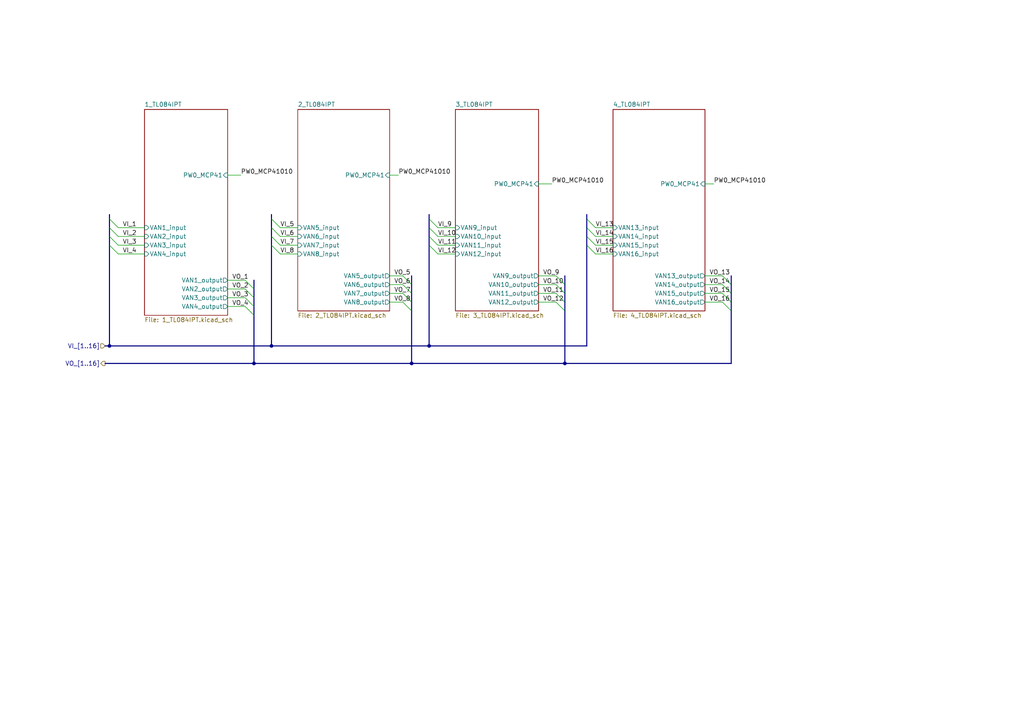
<source format=kicad_sch>
(kicad_sch
	(version 20231120)
	(generator "eeschema")
	(generator_version "8.0")
	(uuid "53f5e13e-ad25-4955-b5e6-70f8071f1f27")
	(paper "A4")
	(lib_symbols)
	(junction
		(at 119.38 105.41)
		(diameter 0)
		(color 0 0 0 0)
		(uuid "495b8db7-43c2-4368-9264-8151dc3d1941")
	)
	(junction
		(at 163.83 105.41)
		(diameter 0)
		(color 0 0 0 0)
		(uuid "5c0291f3-7f6c-4399-a77b-3896ec4ac3e5")
	)
	(junction
		(at 73.66 105.41)
		(diameter 0)
		(color 0 0 0 0)
		(uuid "8d991492-2c9e-47be-8aec-8d4334378006")
	)
	(junction
		(at 31.75 100.33)
		(diameter 0)
		(color 0 0 0 0)
		(uuid "8e811cb0-302e-47d4-a1ce-0d644e99fcc8")
	)
	(junction
		(at 78.74 100.33)
		(diameter 0)
		(color 0 0 0 0)
		(uuid "b1725b51-19cd-4e56-8551-918cace073ec")
	)
	(junction
		(at 124.46 100.33)
		(diameter 0)
		(color 0 0 0 0)
		(uuid "bf7e8583-4856-4e96-b3f6-3f87cad69ecd")
	)
	(bus_entry
		(at 170.18 63.5)
		(size 2.54 2.54)
		(stroke
			(width 0)
			(type default)
		)
		(uuid "04fa83b0-4d3f-4f57-9a3a-3f05c9faaf05")
	)
	(bus_entry
		(at 209.55 82.55)
		(size 2.54 2.54)
		(stroke
			(width 0)
			(type default)
		)
		(uuid "052922cb-98e3-41f3-aa14-b556172228a5")
	)
	(bus_entry
		(at 161.29 82.55)
		(size 2.54 2.54)
		(stroke
			(width 0)
			(type default)
		)
		(uuid "1acc117f-ed1a-42a6-8b12-a01e5a9d1708")
	)
	(bus_entry
		(at 71.12 88.9)
		(size 2.54 2.54)
		(stroke
			(width 0)
			(type default)
		)
		(uuid "1c8b45f3-cd09-4bca-93d9-83d348faa690")
	)
	(bus_entry
		(at 31.75 66.04)
		(size 2.54 2.54)
		(stroke
			(width 0)
			(type default)
		)
		(uuid "2d662833-0ff4-4f52-83ed-827dad0d3ee1")
	)
	(bus_entry
		(at 31.75 63.5)
		(size 2.54 2.54)
		(stroke
			(width 0)
			(type default)
		)
		(uuid "2dd82efd-e4b6-4669-a2ab-a58233b287b4")
	)
	(bus_entry
		(at 78.74 71.12)
		(size 2.54 2.54)
		(stroke
			(width 0)
			(type default)
		)
		(uuid "2f832557-86c4-4337-8f1a-b15d31fbfc8c")
	)
	(bus_entry
		(at 71.12 81.28)
		(size 2.54 2.54)
		(stroke
			(width 0)
			(type default)
		)
		(uuid "37d884a0-4e5e-452a-a593-585badfaf091")
	)
	(bus_entry
		(at 170.18 68.58)
		(size 2.54 2.54)
		(stroke
			(width 0)
			(type default)
		)
		(uuid "4ea6301c-1878-400a-be2d-1521b8d39eec")
	)
	(bus_entry
		(at 78.74 68.58)
		(size 2.54 2.54)
		(stroke
			(width 0)
			(type default)
		)
		(uuid "653f9703-ffec-4357-acf8-2cb036712cbf")
	)
	(bus_entry
		(at 209.55 80.01)
		(size 2.54 2.54)
		(stroke
			(width 0)
			(type default)
		)
		(uuid "73c18c91-2e8e-4697-8de9-8b70d280b899")
	)
	(bus_entry
		(at 209.55 87.63)
		(size 2.54 2.54)
		(stroke
			(width 0)
			(type default)
		)
		(uuid "77c929a7-f6d4-4a2e-babb-eb9a75f3de41")
	)
	(bus_entry
		(at 116.84 87.63)
		(size 2.54 2.54)
		(stroke
			(width 0)
			(type default)
		)
		(uuid "7c55fd68-d575-4386-91f7-b07c159013c8")
	)
	(bus_entry
		(at 71.12 86.36)
		(size 2.54 2.54)
		(stroke
			(width 0)
			(type default)
		)
		(uuid "8f0af326-676e-4c6e-a8d7-ff09b61cacdc")
	)
	(bus_entry
		(at 116.84 82.55)
		(size 2.54 2.54)
		(stroke
			(width 0)
			(type default)
		)
		(uuid "9173cdfe-53eb-46e0-87fd-bcc847dcc5b2")
	)
	(bus_entry
		(at 161.29 80.01)
		(size 2.54 2.54)
		(stroke
			(width 0)
			(type default)
		)
		(uuid "9a081df4-1fae-41b0-8fd2-103ae12646b2")
	)
	(bus_entry
		(at 170.18 66.04)
		(size 2.54 2.54)
		(stroke
			(width 0)
			(type default)
		)
		(uuid "a025bb7f-e51b-4dc2-aec6-b08d58a041be")
	)
	(bus_entry
		(at 31.75 71.12)
		(size 2.54 2.54)
		(stroke
			(width 0)
			(type default)
		)
		(uuid "a62759cc-6b75-4b31-8199-492b5ed3e6f1")
	)
	(bus_entry
		(at 124.46 68.58)
		(size 2.54 2.54)
		(stroke
			(width 0)
			(type default)
		)
		(uuid "a6ea214b-c3f0-4ac9-8005-8ba5c26b4698")
	)
	(bus_entry
		(at 209.55 85.09)
		(size 2.54 2.54)
		(stroke
			(width 0)
			(type default)
		)
		(uuid "aed38458-1578-4e7c-8f9c-56d0be281bdc")
	)
	(bus_entry
		(at 31.75 68.58)
		(size 2.54 2.54)
		(stroke
			(width 0)
			(type default)
		)
		(uuid "b9a2e263-45cc-48ec-bcaa-b8744131ca7a")
	)
	(bus_entry
		(at 161.29 87.63)
		(size 2.54 2.54)
		(stroke
			(width 0)
			(type default)
		)
		(uuid "be32dd45-abb5-4b65-8cdf-60c346c37011")
	)
	(bus_entry
		(at 116.84 80.01)
		(size 2.54 2.54)
		(stroke
			(width 0)
			(type default)
		)
		(uuid "c296dfc6-86c1-4ed3-9a8c-7743b7a333b8")
	)
	(bus_entry
		(at 124.46 63.5)
		(size 2.54 2.54)
		(stroke
			(width 0)
			(type default)
		)
		(uuid "c7006ee6-5318-49fb-b2fc-aa533d044187")
	)
	(bus_entry
		(at 116.84 85.09)
		(size 2.54 2.54)
		(stroke
			(width 0)
			(type default)
		)
		(uuid "d0c12767-af5c-42e4-9282-afb72646e409")
	)
	(bus_entry
		(at 124.46 66.04)
		(size 2.54 2.54)
		(stroke
			(width 0)
			(type default)
		)
		(uuid "d0eaffc3-b6ce-4649-b0dd-5fbc17d0dd96")
	)
	(bus_entry
		(at 78.74 63.5)
		(size 2.54 2.54)
		(stroke
			(width 0)
			(type default)
		)
		(uuid "d64866c4-8563-4946-b44f-5c9abb07ab6b")
	)
	(bus_entry
		(at 124.46 71.12)
		(size 2.54 2.54)
		(stroke
			(width 0)
			(type default)
		)
		(uuid "e46895e6-e522-4c73-8710-4fbecf93c596")
	)
	(bus_entry
		(at 71.12 83.82)
		(size 2.54 2.54)
		(stroke
			(width 0)
			(type default)
		)
		(uuid "e8bcadeb-6ee6-4097-9916-b77fbbafbf40")
	)
	(bus_entry
		(at 78.74 66.04)
		(size 2.54 2.54)
		(stroke
			(width 0)
			(type default)
		)
		(uuid "e997ddec-fdf1-4e96-9297-61ba3f00235a")
	)
	(bus_entry
		(at 170.18 71.12)
		(size 2.54 2.54)
		(stroke
			(width 0)
			(type default)
		)
		(uuid "f27ecffa-2b85-4711-8358-7a2eceeed262")
	)
	(bus_entry
		(at 161.29 85.09)
		(size 2.54 2.54)
		(stroke
			(width 0)
			(type default)
		)
		(uuid "f7802e8d-1fd5-4956-9a52-b26d961df6a1")
	)
	(bus
		(pts
			(xy 31.75 100.33) (xy 78.74 100.33)
		)
		(stroke
			(width 0)
			(type default)
		)
		(uuid "0026e949-5e78-4ebe-9ab7-7520ff6684d2")
	)
	(wire
		(pts
			(xy 127 66.04) (xy 132.08 66.04)
		)
		(stroke
			(width 0)
			(type default)
		)
		(uuid "0901b033-20ce-4666-83b2-2d89a05bc9f1")
	)
	(wire
		(pts
			(xy 81.28 68.58) (xy 86.36 68.58)
		)
		(stroke
			(width 0)
			(type default)
		)
		(uuid "09cf35d3-fb35-4286-9ecb-68530a0d8cbf")
	)
	(bus
		(pts
			(xy 119.38 80.01) (xy 119.38 82.55)
		)
		(stroke
			(width 0)
			(type default)
		)
		(uuid "0eeaad7c-8be8-4b99-a6c5-9f27c678a0a5")
	)
	(bus
		(pts
			(xy 119.38 82.55) (xy 119.38 85.09)
		)
		(stroke
			(width 0)
			(type default)
		)
		(uuid "104fec8f-749d-40d0-83e8-640e12f60d1a")
	)
	(wire
		(pts
			(xy 127 71.12) (xy 132.08 71.12)
		)
		(stroke
			(width 0)
			(type default)
		)
		(uuid "1101071b-c37f-4f59-823a-e6e5204c81ef")
	)
	(wire
		(pts
			(xy 34.29 73.66) (xy 41.91 73.66)
		)
		(stroke
			(width 0)
			(type default)
		)
		(uuid "15587b3c-6e48-4238-ac99-79993391afab")
	)
	(bus
		(pts
			(xy 170.18 68.58) (xy 170.18 71.12)
		)
		(stroke
			(width 0)
			(type default)
		)
		(uuid "179fd55c-af93-4dc2-8b61-59cc9b841102")
	)
	(wire
		(pts
			(xy 204.47 85.09) (xy 209.55 85.09)
		)
		(stroke
			(width 0)
			(type default)
		)
		(uuid "19ab85a2-80b0-4500-a1bb-eb626afa6a41")
	)
	(bus
		(pts
			(xy 73.66 83.82) (xy 73.66 86.36)
		)
		(stroke
			(width 0)
			(type default)
		)
		(uuid "19ac6b21-658c-4191-af0c-b6fa026ccc52")
	)
	(wire
		(pts
			(xy 81.28 73.66) (xy 86.36 73.66)
		)
		(stroke
			(width 0)
			(type default)
		)
		(uuid "25a4e54b-2145-448b-bafd-bbb9f639bcd9")
	)
	(bus
		(pts
			(xy 124.46 71.12) (xy 124.46 100.33)
		)
		(stroke
			(width 0)
			(type default)
		)
		(uuid "2ac9dd21-8196-450e-b193-c8b415faaab0")
	)
	(wire
		(pts
			(xy 66.04 50.8) (xy 69.85 50.8)
		)
		(stroke
			(width 0)
			(type default)
		)
		(uuid "2fbc2dd4-673d-4cd7-80b2-d5926fa208de")
	)
	(bus
		(pts
			(xy 30.48 100.33) (xy 31.75 100.33)
		)
		(stroke
			(width 0)
			(type default)
		)
		(uuid "335d5c7a-8319-461a-a73d-de57c92f3b2a")
	)
	(bus
		(pts
			(xy 124.46 62.23) (xy 124.46 63.5)
		)
		(stroke
			(width 0)
			(type default)
		)
		(uuid "34395078-38a2-4205-834c-f8a53fbe59a5")
	)
	(bus
		(pts
			(xy 30.48 105.41) (xy 73.66 105.41)
		)
		(stroke
			(width 0)
			(type default)
		)
		(uuid "37879291-9729-42e2-85d5-cc34c5c9c076")
	)
	(wire
		(pts
			(xy 66.04 88.9) (xy 71.12 88.9)
		)
		(stroke
			(width 0)
			(type default)
		)
		(uuid "3a16faba-0a8e-4104-8988-8bebfc1d508e")
	)
	(wire
		(pts
			(xy 172.72 71.12) (xy 177.8 71.12)
		)
		(stroke
			(width 0)
			(type default)
		)
		(uuid "3c0040ad-80ac-43d5-a0ca-008e6188c7fd")
	)
	(bus
		(pts
			(xy 119.38 85.09) (xy 119.38 87.63)
		)
		(stroke
			(width 0)
			(type default)
		)
		(uuid "3d3534c7-10ee-4922-a318-bfb4fc4cec7f")
	)
	(bus
		(pts
			(xy 78.74 71.12) (xy 78.74 100.33)
		)
		(stroke
			(width 0)
			(type default)
		)
		(uuid "40533872-46e5-4b6c-a08e-a6dd17f467e4")
	)
	(wire
		(pts
			(xy 172.72 68.58) (xy 177.8 68.58)
		)
		(stroke
			(width 0)
			(type default)
		)
		(uuid "40678303-6534-4a32-a7ca-37278e9e67d7")
	)
	(wire
		(pts
			(xy 156.21 87.63) (xy 161.29 87.63)
		)
		(stroke
			(width 0)
			(type default)
		)
		(uuid "5118f5c3-e797-4139-812e-52da7ca0be3a")
	)
	(wire
		(pts
			(xy 204.47 53.34) (xy 207.01 53.34)
		)
		(stroke
			(width 0)
			(type default)
		)
		(uuid "526923c7-9936-493a-8c33-8cf0d2483a98")
	)
	(bus
		(pts
			(xy 78.74 68.58) (xy 78.74 71.12)
		)
		(stroke
			(width 0)
			(type default)
		)
		(uuid "53a79e11-ed46-4193-bf1c-bbbf0ca3074c")
	)
	(wire
		(pts
			(xy 204.47 82.55) (xy 209.55 82.55)
		)
		(stroke
			(width 0)
			(type default)
		)
		(uuid "566b9288-1466-4f8b-8aa4-665b23b91a35")
	)
	(wire
		(pts
			(xy 204.47 80.01) (xy 209.55 80.01)
		)
		(stroke
			(width 0)
			(type default)
		)
		(uuid "5ea01d0c-7b07-4fdd-bda8-4626f585983a")
	)
	(wire
		(pts
			(xy 113.03 80.01) (xy 116.84 80.01)
		)
		(stroke
			(width 0)
			(type default)
		)
		(uuid "60dbc0ce-8f01-4cae-8e71-e34a0fe1118c")
	)
	(wire
		(pts
			(xy 172.72 73.66) (xy 177.8 73.66)
		)
		(stroke
			(width 0)
			(type default)
		)
		(uuid "624ed1a3-d500-4980-a4aa-d2435744e1f0")
	)
	(wire
		(pts
			(xy 34.29 68.58) (xy 41.91 68.58)
		)
		(stroke
			(width 0)
			(type default)
		)
		(uuid "6d057b6b-7126-4e65-887c-4c7559d17714")
	)
	(bus
		(pts
			(xy 212.09 105.41) (xy 163.83 105.41)
		)
		(stroke
			(width 0)
			(type default)
		)
		(uuid "6d897c37-b060-49e8-ba9f-8238ff08b083")
	)
	(bus
		(pts
			(xy 212.09 82.55) (xy 212.09 85.09)
		)
		(stroke
			(width 0)
			(type default)
		)
		(uuid "6f67a4cf-a350-4971-bd3e-6bf4f9160bf7")
	)
	(bus
		(pts
			(xy 31.75 68.58) (xy 31.75 71.12)
		)
		(stroke
			(width 0)
			(type default)
		)
		(uuid "720f6845-43da-43e4-94f1-c94d67c31f21")
	)
	(wire
		(pts
			(xy 81.28 66.04) (xy 86.36 66.04)
		)
		(stroke
			(width 0)
			(type default)
		)
		(uuid "763bc3b8-8062-4c91-b186-73f95585436b")
	)
	(bus
		(pts
			(xy 73.66 91.44) (xy 73.66 105.41)
		)
		(stroke
			(width 0)
			(type default)
		)
		(uuid "7683216f-5100-456f-b5fe-685c91d67863")
	)
	(wire
		(pts
			(xy 81.28 71.12) (xy 86.36 71.12)
		)
		(stroke
			(width 0)
			(type default)
		)
		(uuid "7acb2ebc-f3ca-4a76-8596-04eac598ba85")
	)
	(bus
		(pts
			(xy 31.75 71.12) (xy 31.75 100.33)
		)
		(stroke
			(width 0)
			(type default)
		)
		(uuid "7bfec2bf-cba0-4abd-8c75-4ce86ebd7465")
	)
	(wire
		(pts
			(xy 34.29 71.12) (xy 41.91 71.12)
		)
		(stroke
			(width 0)
			(type default)
		)
		(uuid "7dcbb9f8-24e6-4238-936f-603cf60df254")
	)
	(bus
		(pts
			(xy 124.46 68.58) (xy 124.46 71.12)
		)
		(stroke
			(width 0)
			(type default)
		)
		(uuid "7e0020e6-4f57-46c7-b50e-315e7326a3e8")
	)
	(wire
		(pts
			(xy 113.03 82.55) (xy 116.84 82.55)
		)
		(stroke
			(width 0)
			(type default)
		)
		(uuid "82e28c52-3597-40ef-8741-4320ae7a6b66")
	)
	(wire
		(pts
			(xy 34.29 66.04) (xy 41.91 66.04)
		)
		(stroke
			(width 0)
			(type default)
		)
		(uuid "846239c3-2a6f-4b1c-9f95-b5b6e32dd07a")
	)
	(bus
		(pts
			(xy 170.18 63.5) (xy 170.18 66.04)
		)
		(stroke
			(width 0)
			(type default)
		)
		(uuid "84a7390e-18eb-4ba4-9dfa-e75bb22582c4")
	)
	(bus
		(pts
			(xy 73.66 88.9) (xy 73.66 91.44)
		)
		(stroke
			(width 0)
			(type default)
		)
		(uuid "864fbc1d-1f1b-448b-a53d-ab322af84e88")
	)
	(wire
		(pts
			(xy 113.03 50.8) (xy 115.57 50.8)
		)
		(stroke
			(width 0)
			(type default)
		)
		(uuid "870d2733-d04c-48ee-8353-511579ee23ca")
	)
	(wire
		(pts
			(xy 127 68.58) (xy 132.08 68.58)
		)
		(stroke
			(width 0)
			(type default)
		)
		(uuid "8a0f3422-11f5-4517-8d3c-a0fb391e1149")
	)
	(bus
		(pts
			(xy 78.74 100.33) (xy 124.46 100.33)
		)
		(stroke
			(width 0)
			(type default)
		)
		(uuid "90921329-34d8-4215-8771-9d3d1376f8d4")
	)
	(wire
		(pts
			(xy 204.47 87.63) (xy 209.55 87.63)
		)
		(stroke
			(width 0)
			(type default)
		)
		(uuid "92762e26-e74d-4b3d-ab18-1ba369c90056")
	)
	(bus
		(pts
			(xy 212.09 85.09) (xy 212.09 87.63)
		)
		(stroke
			(width 0)
			(type default)
		)
		(uuid "950d870d-6bd9-4d04-b08b-ef7a957e3300")
	)
	(bus
		(pts
			(xy 73.66 86.36) (xy 73.66 88.9)
		)
		(stroke
			(width 0)
			(type default)
		)
		(uuid "9e088d57-bf0a-450e-bdca-823de541c8ee")
	)
	(bus
		(pts
			(xy 119.38 87.63) (xy 119.38 90.17)
		)
		(stroke
			(width 0)
			(type default)
		)
		(uuid "a0618f6a-0736-456b-a1b7-150ff9adc746")
	)
	(bus
		(pts
			(xy 170.18 62.23) (xy 170.18 63.5)
		)
		(stroke
			(width 0)
			(type default)
		)
		(uuid "a3d2518b-2c3e-4aea-a995-c3f4374cee29")
	)
	(bus
		(pts
			(xy 170.18 71.12) (xy 170.18 100.33)
		)
		(stroke
			(width 0)
			(type default)
		)
		(uuid "aa1cc6de-dd78-4953-9c0f-70f84afe0b75")
	)
	(wire
		(pts
			(xy 156.21 85.09) (xy 161.29 85.09)
		)
		(stroke
			(width 0)
			(type default)
		)
		(uuid "ae315fe0-7af5-49d7-9144-6a495fdfdc7e")
	)
	(wire
		(pts
			(xy 127 73.66) (xy 132.08 73.66)
		)
		(stroke
			(width 0)
			(type default)
		)
		(uuid "aee753f2-3687-4016-b440-6f9c3d2be245")
	)
	(wire
		(pts
			(xy 156.21 53.34) (xy 160.02 53.34)
		)
		(stroke
			(width 0)
			(type default)
		)
		(uuid "b35df526-6e3b-4f25-a760-91ec66625b17")
	)
	(bus
		(pts
			(xy 163.83 80.01) (xy 163.83 82.55)
		)
		(stroke
			(width 0)
			(type default)
		)
		(uuid "b4fd26a7-e32b-478d-8505-d4c0c3d2696e")
	)
	(bus
		(pts
			(xy 170.18 66.04) (xy 170.18 68.58)
		)
		(stroke
			(width 0)
			(type default)
		)
		(uuid "b51b2742-d528-4a20-bc80-f4491cfc4237")
	)
	(wire
		(pts
			(xy 113.03 85.09) (xy 116.84 85.09)
		)
		(stroke
			(width 0)
			(type default)
		)
		(uuid "b7b2dcb1-6834-42c8-8c89-f304a0c157db")
	)
	(bus
		(pts
			(xy 119.38 105.41) (xy 73.66 105.41)
		)
		(stroke
			(width 0)
			(type default)
		)
		(uuid "b808ec98-18ec-4596-949f-e0257045eaff")
	)
	(bus
		(pts
			(xy 119.38 90.17) (xy 119.38 105.41)
		)
		(stroke
			(width 0)
			(type default)
		)
		(uuid "b96fd33f-3aae-4a81-9c02-92a737c49ee8")
	)
	(wire
		(pts
			(xy 156.21 80.01) (xy 161.29 80.01)
		)
		(stroke
			(width 0)
			(type default)
		)
		(uuid "ba55b896-c80a-4ce7-873e-84c245b82b54")
	)
	(bus
		(pts
			(xy 124.46 66.04) (xy 124.46 68.58)
		)
		(stroke
			(width 0)
			(type default)
		)
		(uuid "bc3894fd-129b-421f-aabc-3a0a13e659f4")
	)
	(bus
		(pts
			(xy 212.09 87.63) (xy 212.09 90.17)
		)
		(stroke
			(width 0)
			(type default)
		)
		(uuid "be8fc5aa-1959-40b0-8ab8-82052bad7330")
	)
	(bus
		(pts
			(xy 124.46 100.33) (xy 170.18 100.33)
		)
		(stroke
			(width 0)
			(type default)
		)
		(uuid "bfaf5dfe-b3fc-4afa-ab16-06d6a0cad368")
	)
	(bus
		(pts
			(xy 124.46 63.5) (xy 124.46 66.04)
		)
		(stroke
			(width 0)
			(type default)
		)
		(uuid "c25a40c5-80d4-45ba-8f1b-18eccc76c00f")
	)
	(wire
		(pts
			(xy 113.03 87.63) (xy 116.84 87.63)
		)
		(stroke
			(width 0)
			(type default)
		)
		(uuid "c6c329a8-4869-43d8-9b07-a9ccbebf4d6a")
	)
	(wire
		(pts
			(xy 172.72 66.04) (xy 177.8 66.04)
		)
		(stroke
			(width 0)
			(type default)
		)
		(uuid "c7944011-775b-41ac-b730-73c18887ed5b")
	)
	(wire
		(pts
			(xy 66.04 83.82) (xy 71.12 83.82)
		)
		(stroke
			(width 0)
			(type default)
		)
		(uuid "c864b332-dcd2-4df9-adae-0bb922054bdb")
	)
	(bus
		(pts
			(xy 163.83 105.41) (xy 119.38 105.41)
		)
		(stroke
			(width 0)
			(type default)
		)
		(uuid "cdb4d6a9-c365-4631-be1e-029ebb178385")
	)
	(wire
		(pts
			(xy 66.04 81.28) (xy 71.12 81.28)
		)
		(stroke
			(width 0)
			(type default)
		)
		(uuid "d34fd378-89df-43b2-bab2-5d8ff8d96e67")
	)
	(wire
		(pts
			(xy 156.21 82.55) (xy 161.29 82.55)
		)
		(stroke
			(width 0)
			(type default)
		)
		(uuid "d6dc55f1-4f1b-4574-ba21-4e4b37deac43")
	)
	(bus
		(pts
			(xy 163.83 82.55) (xy 163.83 85.09)
		)
		(stroke
			(width 0)
			(type default)
		)
		(uuid "d9fb33e8-86b4-420b-a916-1ce801ac8063")
	)
	(bus
		(pts
			(xy 31.75 66.04) (xy 31.75 68.58)
		)
		(stroke
			(width 0)
			(type default)
		)
		(uuid "e44f46bb-9f76-4d22-9863-8773957ea5ec")
	)
	(wire
		(pts
			(xy 66.04 86.36) (xy 71.12 86.36)
		)
		(stroke
			(width 0)
			(type default)
		)
		(uuid "e6c02c6e-4b92-494c-a162-cac0483d53c1")
	)
	(bus
		(pts
			(xy 212.09 90.17) (xy 212.09 105.41)
		)
		(stroke
			(width 0)
			(type default)
		)
		(uuid "ea1e0155-e783-4d95-9480-dbf7be886057")
	)
	(bus
		(pts
			(xy 78.74 63.5) (xy 78.74 66.04)
		)
		(stroke
			(width 0)
			(type default)
		)
		(uuid "eaac175f-074d-4cfa-b248-6e46c7b04144")
	)
	(bus
		(pts
			(xy 78.74 62.23) (xy 78.74 63.5)
		)
		(stroke
			(width 0)
			(type default)
		)
		(uuid "ebb5e062-4935-4ea9-bc5f-3e9bf0cd92d3")
	)
	(bus
		(pts
			(xy 212.09 80.01) (xy 212.09 82.55)
		)
		(stroke
			(width 0)
			(type default)
		)
		(uuid "ec747a71-0052-4429-84d9-0aec5c18ad7d")
	)
	(bus
		(pts
			(xy 163.83 87.63) (xy 163.83 90.17)
		)
		(stroke
			(width 0)
			(type default)
		)
		(uuid "ed442f68-7e6d-455c-99ae-0a343cdd1563")
	)
	(bus
		(pts
			(xy 163.83 90.17) (xy 163.83 105.41)
		)
		(stroke
			(width 0)
			(type default)
		)
		(uuid "eea2cab9-9036-41cd-b9de-dfdfea1ed443")
	)
	(bus
		(pts
			(xy 78.74 66.04) (xy 78.74 68.58)
		)
		(stroke
			(width 0)
			(type default)
		)
		(uuid "f15652e1-2d83-460f-8d98-da2093becd1e")
	)
	(bus
		(pts
			(xy 31.75 63.5) (xy 31.75 66.04)
		)
		(stroke
			(width 0)
			(type default)
		)
		(uuid "f6470e37-a6e0-46cf-a00a-5940de82d814")
	)
	(bus
		(pts
			(xy 73.66 81.28) (xy 73.66 83.82)
		)
		(stroke
			(width 0)
			(type default)
		)
		(uuid "fb0aa50c-28b5-488d-94f1-398a124356dd")
	)
	(bus
		(pts
			(xy 31.75 62.23) (xy 31.75 63.5)
		)
		(stroke
			(width 0)
			(type default)
		)
		(uuid "fcb4b663-8c27-4b88-a02d-6228d12ead22")
	)
	(bus
		(pts
			(xy 163.83 85.09) (xy 163.83 87.63)
		)
		(stroke
			(width 0)
			(type default)
		)
		(uuid "fce93578-3957-4fae-9a34-da7ea0e16ecd")
	)
	(label "VI_2"
		(at 35.56 68.58 0)
		(fields_autoplaced yes)
		(effects
			(font
				(size 1.27 1.27)
			)
			(justify left bottom)
		)
		(uuid "032aad30-87d5-4515-bed2-a7c70fd0bafe")
	)
	(label "VI_8"
		(at 81.28 73.66 0)
		(fields_autoplaced yes)
		(effects
			(font
				(size 1.27 1.27)
			)
			(justify left bottom)
		)
		(uuid "0f104549-4f7b-44c6-a1f8-538b31a50c95")
	)
	(label "VI_5"
		(at 81.28 66.04 0)
		(fields_autoplaced yes)
		(effects
			(font
				(size 1.27 1.27)
			)
			(justify left bottom)
		)
		(uuid "1b6c5006-a777-4cd9-9ca5-4f05019bb60b")
	)
	(label "VI_14"
		(at 172.72 68.58 0)
		(fields_autoplaced yes)
		(effects
			(font
				(size 1.27 1.27)
			)
			(justify left bottom)
		)
		(uuid "1eb61197-40bd-4b4d-bb75-c4ec671d32f5")
	)
	(label "VI_3"
		(at 35.56 71.12 0)
		(fields_autoplaced yes)
		(effects
			(font
				(size 1.27 1.27)
			)
			(justify left bottom)
		)
		(uuid "25c46144-44e1-4fbe-9bdf-301f6f4af555")
	)
	(label "VO_6"
		(at 114.3 82.55 0)
		(fields_autoplaced yes)
		(effects
			(font
				(size 1.27 1.27)
			)
			(justify left bottom)
		)
		(uuid "25cd9e4e-f925-417a-8361-bd127e5f4b03")
	)
	(label "VO_12"
		(at 157.48 87.63 0)
		(fields_autoplaced yes)
		(effects
			(font
				(size 1.27 1.27)
			)
			(justify left bottom)
		)
		(uuid "28884686-0f94-4d5c-9094-bc8d4275aaf9")
	)
	(label "VO_14"
		(at 205.74 82.55 0)
		(fields_autoplaced yes)
		(effects
			(font
				(size 1.27 1.27)
			)
			(justify left bottom)
		)
		(uuid "3016227c-20f7-46b8-bd51-f17869dec0a7")
	)
	(label "VO_5"
		(at 114.3 80.01 0)
		(fields_autoplaced yes)
		(effects
			(font
				(size 1.27 1.27)
			)
			(justify left bottom)
		)
		(uuid "3206b821-d8e0-4746-8148-ef7c60231a66")
	)
	(label "VI_15"
		(at 172.72 71.12 0)
		(fields_autoplaced yes)
		(effects
			(font
				(size 1.27 1.27)
			)
			(justify left bottom)
		)
		(uuid "341b4a3b-8603-4dc8-8e4e-80cafc3d5e2b")
	)
	(label "VI_6"
		(at 81.28 68.58 0)
		(fields_autoplaced yes)
		(effects
			(font
				(size 1.27 1.27)
			)
			(justify left bottom)
		)
		(uuid "35474ba8-7e04-46e1-bb9a-b91803f27cc1")
	)
	(label "VO_4"
		(at 67.31 88.9 0)
		(fields_autoplaced yes)
		(effects
			(font
				(size 1.27 1.27)
			)
			(justify left bottom)
		)
		(uuid "3cc69993-33f6-40cc-9acd-58e98d404c90")
	)
	(label "VI_16"
		(at 172.72 73.66 0)
		(fields_autoplaced yes)
		(effects
			(font
				(size 1.27 1.27)
			)
			(justify left bottom)
		)
		(uuid "45ca1e57-11a0-4d3d-a72c-9868389b7e6f")
	)
	(label "VO_16"
		(at 205.74 87.63 0)
		(fields_autoplaced yes)
		(effects
			(font
				(size 1.27 1.27)
			)
			(justify left bottom)
		)
		(uuid "4a27bd77-b10d-4511-bf7e-42cb2b3ecbd9")
	)
	(label "PW0_MCP41010"
		(at 207.01 53.34 0)
		(fields_autoplaced yes)
		(effects
			(font
				(size 1.27 1.27)
			)
			(justify left bottom)
		)
		(uuid "50ddb15f-f088-44af-81a0-95a70632e4da")
	)
	(label "VI_9"
		(at 127 66.04 0)
		(fields_autoplaced yes)
		(effects
			(font
				(size 1.27 1.27)
			)
			(justify left bottom)
		)
		(uuid "55a9021a-e599-44bc-927c-7afbb449c57f")
	)
	(label "PW0_MCP41010"
		(at 160.02 53.34 0)
		(fields_autoplaced yes)
		(effects
			(font
				(size 1.27 1.27)
			)
			(justify left bottom)
		)
		(uuid "57ea355b-d60a-4000-b1bc-60074a2247c9")
	)
	(label "VO_7"
		(at 114.3 85.09 0)
		(fields_autoplaced yes)
		(effects
			(font
				(size 1.27 1.27)
			)
			(justify left bottom)
		)
		(uuid "5b0de38a-9b7a-41d5-9105-aa26ea5a7eef")
	)
	(label "VI_13"
		(at 172.72 66.04 0)
		(fields_autoplaced yes)
		(effects
			(font
				(size 1.27 1.27)
			)
			(justify left bottom)
		)
		(uuid "63784009-03a7-4b87-801f-d3136d33ce04")
	)
	(label "VI_1"
		(at 35.56 66.04 0)
		(fields_autoplaced yes)
		(effects
			(font
				(size 1.27 1.27)
			)
			(justify left bottom)
		)
		(uuid "72826dc5-1be3-464a-ac26-3bbe5908e267")
	)
	(label "VO_8"
		(at 114.3 87.63 0)
		(fields_autoplaced yes)
		(effects
			(font
				(size 1.27 1.27)
			)
			(justify left bottom)
		)
		(uuid "75b24580-da94-45bb-aa8a-797ad7c2902a")
	)
	(label "VI_11"
		(at 127 71.12 0)
		(fields_autoplaced yes)
		(effects
			(font
				(size 1.27 1.27)
			)
			(justify left bottom)
		)
		(uuid "78658cd5-a9bc-4f4a-ac08-a783b6c47ce0")
	)
	(label "PW0_MCP41010"
		(at 115.57 50.8 0)
		(fields_autoplaced yes)
		(effects
			(font
				(size 1.27 1.27)
			)
			(justify left bottom)
		)
		(uuid "7cad6508-e5fa-4e5b-8f97-756f2754bf76")
	)
	(label "VO_13"
		(at 205.74 80.01 0)
		(fields_autoplaced yes)
		(effects
			(font
				(size 1.27 1.27)
			)
			(justify left bottom)
		)
		(uuid "7edb746a-d6ca-4a9f-8bb3-608b52f972f8")
	)
	(label "VI_4"
		(at 35.56 73.66 0)
		(fields_autoplaced yes)
		(effects
			(font
				(size 1.27 1.27)
			)
			(justify left bottom)
		)
		(uuid "9b25e6f9-c9cd-458a-ab00-442ac81542f5")
	)
	(label "VI_12"
		(at 127 73.66 0)
		(fields_autoplaced yes)
		(effects
			(font
				(size 1.27 1.27)
			)
			(justify left bottom)
		)
		(uuid "a4f87b20-fdf1-4534-8b03-e7bc7d7566aa")
	)
	(label "VI_10"
		(at 127 68.58 0)
		(fields_autoplaced yes)
		(effects
			(font
				(size 1.27 1.27)
			)
			(justify left bottom)
		)
		(uuid "b78725ab-af81-4eb4-b406-7a4a84b56e0c")
	)
	(label "VO_15"
		(at 205.74 85.09 0)
		(fields_autoplaced yes)
		(effects
			(font
				(size 1.27 1.27)
			)
			(justify left bottom)
		)
		(uuid "bc80e109-3adf-439b-9c7e-26514cd0f7bb")
	)
	(label "VO_9"
		(at 157.48 80.01 0)
		(fields_autoplaced yes)
		(effects
			(font
				(size 1.27 1.27)
			)
			(justify left bottom)
		)
		(uuid "d1c60775-796e-4ef6-ac0a-0273dd33d45b")
	)
	(label "VO_11"
		(at 157.48 85.09 0)
		(fields_autoplaced yes)
		(effects
			(font
				(size 1.27 1.27)
			)
			(justify left bottom)
		)
		(uuid "db64b7c6-a224-4b7f-ac88-0404bd4348e6")
	)
	(label "VO_3"
		(at 67.31 86.36 0)
		(fields_autoplaced yes)
		(effects
			(font
				(size 1.27 1.27)
			)
			(justify left bottom)
		)
		(uuid "e3f12f71-ad1e-47a9-86a6-52eb1456a6e7")
	)
	(label "VO_10"
		(at 157.48 82.55 0)
		(fields_autoplaced yes)
		(effects
			(font
				(size 1.27 1.27)
			)
			(justify left bottom)
		)
		(uuid "e86e7660-a65e-46b9-98f7-83c8f7016059")
	)
	(label "VO_1"
		(at 67.31 81.28 0)
		(fields_autoplaced yes)
		(effects
			(font
				(size 1.27 1.27)
			)
			(justify left bottom)
		)
		(uuid "ec94effe-f956-4ca9-b13d-f2ff94f325d4")
	)
	(label "VO_2"
		(at 67.31 83.82 0)
		(fields_autoplaced yes)
		(effects
			(font
				(size 1.27 1.27)
			)
			(justify left bottom)
		)
		(uuid "ecc68ae1-01b0-4d79-ab88-5cc106d5fffe")
	)
	(label "PW0_MCP41010"
		(at 69.85 50.8 0)
		(fields_autoplaced yes)
		(effects
			(font
				(size 1.27 1.27)
			)
			(justify left bottom)
		)
		(uuid "ef5c79cb-4f4e-4ced-a09f-7f62ce6467af")
	)
	(label "VI_7"
		(at 81.28 71.12 0)
		(fields_autoplaced yes)
		(effects
			(font
				(size 1.27 1.27)
			)
			(justify left bottom)
		)
		(uuid "f56cb7a4-6e46-4457-9172-2ce79e11e69d")
	)
	(hierarchical_label "VI_[1..16]"
		(shape input)
		(at 30.48 100.33 180)
		(fields_autoplaced yes)
		(effects
			(font
				(size 1.27 1.27)
			)
			(justify right)
		)
		(uuid "6e1f39ae-56f2-4b34-b3b7-48ebce8b49d8")
	)
	(hierarchical_label "VO_[1..16]"
		(shape output)
		(at 30.48 105.41 180)
		(fields_autoplaced yes)
		(effects
			(font
				(size 1.27 1.27)
			)
			(justify right)
		)
		(uuid "bb09a000-4e86-44bf-bc1f-fa8d6589f6c1")
	)
	(sheet
		(at 132.08 31.75)
		(size 24.13 58.42)
		(fields_autoplaced yes)
		(stroke
			(width 0.1524)
			(type solid)
		)
		(fill
			(color 0 0 0 0.0000)
		)
		(uuid "4a4886c5-9f9e-4e2f-a5aa-810911de4343")
		(property "Sheetname" "3_TL084IPT"
			(at 132.08 31.0384 0)
			(effects
				(font
					(size 1.27 1.27)
				)
				(justify left bottom)
			)
		)
		(property "Sheetfile" "3_TL084IPT.kicad_sch"
			(at 132.08 90.7546 0)
			(effects
				(font
					(size 1.27 1.27)
				)
				(justify left top)
			)
		)
		(pin "VAN11_output" output
			(at 156.21 85.09 0)
			(effects
				(font
					(size 1.27 1.27)
				)
				(justify right)
			)
			(uuid "4071e654-2d49-450d-af2d-51630a99cb1b")
		)
		(pin "VAN11_input" input
			(at 132.08 71.12 180)
			(effects
				(font
					(size 1.27 1.27)
				)
				(justify left)
			)
			(uuid "89b1249e-c16b-40bc-b8fb-d2ca9b5687cd")
		)
		(pin "VAN10_input" input
			(at 132.08 68.58 180)
			(effects
				(font
					(size 1.27 1.27)
				)
				(justify left)
			)
			(uuid "60f96325-0ee9-42d5-80a4-a989ab386c1d")
		)
		(pin "VAN9_output" output
			(at 156.21 80.01 0)
			(effects
				(font
					(size 1.27 1.27)
				)
				(justify right)
			)
			(uuid "996d1ae1-590f-4df8-a27f-eb950ef18cee")
		)
		(pin "VAN10_output" output
			(at 156.21 82.55 0)
			(effects
				(font
					(size 1.27 1.27)
				)
				(justify right)
			)
			(uuid "17b39304-ab04-428b-93a1-33303dd133c2")
		)
		(pin "VAN12_input" input
			(at 132.08 73.66 180)
			(effects
				(font
					(size 1.27 1.27)
				)
				(justify left)
			)
			(uuid "64b3a653-4e73-4284-93ce-06687c70a799")
		)
		(pin "VAN12_output" output
			(at 156.21 87.63 0)
			(effects
				(font
					(size 1.27 1.27)
				)
				(justify right)
			)
			(uuid "03e58cac-b49f-4bbf-b590-4a5be239ee8b")
		)
		(pin "VAN9_input" input
			(at 132.08 66.04 180)
			(effects
				(font
					(size 1.27 1.27)
				)
				(justify left)
			)
			(uuid "6e51f67b-56cd-4fec-b260-1c7e65efab57")
		)
		(pin "PW0_MCP41" input
			(at 156.21 53.34 0)
			(effects
				(font
					(size 1.27 1.27)
				)
				(justify right)
			)
			(uuid "e43807f9-583d-4851-83f7-7084639d8990")
		)
		(instances
			(project "dongtam"
				(path "/6833aec4-3d1d-4261-9b3e-f0452b565dd3/992d1183-82f3-4ab3-a77f-7ab8cf195fcd/e4ad1a02-817a-4cce-9ee6-266c75a94756"
					(page "11")
				)
			)
			(project "DongTamV2"
				(path "/2303d546-b88a-4ab0-aee1-26e3b32ac9d7/c44414d4-f62b-4b90-ad16-4c8725291991/baa26450-09a0-4a11-a39a-48e502a66464/e4ad1a02-817a-4cce-9ee6-266c75a94756"
					(page "22")
				)
			)
		)
	)
	(sheet
		(at 41.91 31.75)
		(size 24.13 59.69)
		(fields_autoplaced yes)
		(stroke
			(width 0.1524)
			(type solid)
		)
		(fill
			(color 0 0 0 0.0000)
		)
		(uuid "6341c4e6-0543-4c16-bd48-1b5ba33fb52a")
		(property "Sheetname" "1_TL084IPT"
			(at 41.91 31.0384 0)
			(effects
				(font
					(size 1.27 1.27)
				)
				(justify left bottom)
			)
		)
		(property "Sheetfile" "1_TL084IPT.kicad_sch"
			(at 41.91 92.0246 0)
			(effects
				(font
					(size 1.27 1.27)
				)
				(justify left top)
			)
		)
		(pin "VAN3_input" input
			(at 41.91 71.12 180)
			(effects
				(font
					(size 1.27 1.27)
				)
				(justify left)
			)
			(uuid "7ccbc2dd-bc80-48ff-82cd-db696f4f0b5d")
		)
		(pin "VAN4_input" input
			(at 41.91 73.66 180)
			(effects
				(font
					(size 1.27 1.27)
				)
				(justify left)
			)
			(uuid "55a1bb04-edeb-4511-a896-84ec5a699bc4")
		)
		(pin "VAN2_input" input
			(at 41.91 68.58 180)
			(effects
				(font
					(size 1.27 1.27)
				)
				(justify left)
			)
			(uuid "96d994d3-310e-498f-a0e8-1a90c2bc57ed")
		)
		(pin "VAN4_output" output
			(at 66.04 88.9 0)
			(effects
				(font
					(size 1.27 1.27)
				)
				(justify right)
			)
			(uuid "de86e7b6-084f-4152-af9c-b12ded0eb8df")
		)
		(pin "VAN1_input" input
			(at 41.91 66.04 180)
			(effects
				(font
					(size 1.27 1.27)
				)
				(justify left)
			)
			(uuid "31fe8bc9-77a5-42ee-ac74-e87e89320395")
		)
		(pin "VAN3_output" output
			(at 66.04 86.36 0)
			(effects
				(font
					(size 1.27 1.27)
				)
				(justify right)
			)
			(uuid "da8b973b-b5ce-488a-80bb-f3fdac3125a3")
		)
		(pin "VAN2_output" output
			(at 66.04 83.82 0)
			(effects
				(font
					(size 1.27 1.27)
				)
				(justify right)
			)
			(uuid "1bb6facd-6510-4f91-9c5d-f2146278ffb2")
		)
		(pin "VAN1_output" output
			(at 66.04 81.28 0)
			(effects
				(font
					(size 1.27 1.27)
				)
				(justify right)
			)
			(uuid "69d537df-2c6f-4c36-9d37-ab9a431d8688")
		)
		(pin "PW0_MCP41" input
			(at 66.04 50.8 0)
			(effects
				(font
					(size 1.27 1.27)
				)
				(justify right)
			)
			(uuid "2e8f0570-a9d4-4282-bebe-c7826c2c3225")
		)
		(instances
			(project "dongtam"
				(path "/6833aec4-3d1d-4261-9b3e-f0452b565dd3/992d1183-82f3-4ab3-a77f-7ab8cf195fcd/e4ad1a02-817a-4cce-9ee6-266c75a94756"
					(page "9")
				)
			)
			(project "DongTamV2"
				(path "/2303d546-b88a-4ab0-aee1-26e3b32ac9d7/c44414d4-f62b-4b90-ad16-4c8725291991/baa26450-09a0-4a11-a39a-48e502a66464/e4ad1a02-817a-4cce-9ee6-266c75a94756"
					(page "20")
				)
			)
		)
	)
	(sheet
		(at 86.36 31.75)
		(size 26.67 58.42)
		(fields_autoplaced yes)
		(stroke
			(width 0.1524)
			(type solid)
		)
		(fill
			(color 0 0 0 0.0000)
		)
		(uuid "9d30bcf3-6fd4-4ecd-bcd6-7dfab3ad93fc")
		(property "Sheetname" "2_TL084IPT"
			(at 86.36 31.0384 0)
			(effects
				(font
					(size 1.27 1.27)
				)
				(justify left bottom)
			)
		)
		(property "Sheetfile" "2_TL084IPT.kicad_sch"
			(at 86.36 90.7546 0)
			(effects
				(font
					(size 1.27 1.27)
				)
				(justify left top)
			)
		)
		(pin "VAN8_input" input
			(at 86.36 73.66 180)
			(effects
				(font
					(size 1.27 1.27)
				)
				(justify left)
			)
			(uuid "1da03e39-9f6c-4bce-9911-1bfb461050a0")
		)
		(pin "VAN8_output" output
			(at 113.03 87.63 0)
			(effects
				(font
					(size 1.27 1.27)
				)
				(justify right)
			)
			(uuid "da2591a5-f9ac-4e25-88ac-5d9234e5c68d")
		)
		(pin "VAN6_output" output
			(at 113.03 82.55 0)
			(effects
				(font
					(size 1.27 1.27)
				)
				(justify right)
			)
			(uuid "5d03d443-5404-45fc-9574-efb281a5435e")
		)
		(pin "VAN7_output" output
			(at 113.03 85.09 0)
			(effects
				(font
					(size 1.27 1.27)
				)
				(justify right)
			)
			(uuid "f23f9484-00e8-49b3-9aae-8c18d1f4716a")
		)
		(pin "VAN5_output" output
			(at 113.03 80.01 0)
			(effects
				(font
					(size 1.27 1.27)
				)
				(justify right)
			)
			(uuid "52ffcdde-0ca6-4733-b0ec-c95cbe34d07b")
		)
		(pin "VAN5_input" input
			(at 86.36 66.04 180)
			(effects
				(font
					(size 1.27 1.27)
				)
				(justify left)
			)
			(uuid "08ef2f9b-46eb-42e1-9acf-780dd4f0e4cb")
		)
		(pin "VAN6_input" input
			(at 86.36 68.58 180)
			(effects
				(font
					(size 1.27 1.27)
				)
				(justify left)
			)
			(uuid "b430b7b1-d71f-49d5-9707-379dd47390a1")
		)
		(pin "VAN7_input" input
			(at 86.36 71.12 180)
			(effects
				(font
					(size 1.27 1.27)
				)
				(justify left)
			)
			(uuid "10caf74f-126c-43d5-a89b-bb88cd5e5ac6")
		)
		(pin "PW0_MCP41" input
			(at 113.03 50.8 0)
			(effects
				(font
					(size 1.27 1.27)
				)
				(justify right)
			)
			(uuid "07213ae9-6077-4779-972e-6d0f4ada3e17")
		)
		(instances
			(project "dongtam"
				(path "/6833aec4-3d1d-4261-9b3e-f0452b565dd3/992d1183-82f3-4ab3-a77f-7ab8cf195fcd/e4ad1a02-817a-4cce-9ee6-266c75a94756"
					(page "10")
				)
			)
			(project "DongTamV2"
				(path "/2303d546-b88a-4ab0-aee1-26e3b32ac9d7/c44414d4-f62b-4b90-ad16-4c8725291991/baa26450-09a0-4a11-a39a-48e502a66464/e4ad1a02-817a-4cce-9ee6-266c75a94756"
					(page "21")
				)
			)
		)
	)
	(sheet
		(at 177.8 31.75)
		(size 26.67 58.42)
		(fields_autoplaced yes)
		(stroke
			(width 0.1524)
			(type solid)
		)
		(fill
			(color 0 0 0 0.0000)
		)
		(uuid "f9795dc8-b42c-4c97-abd2-37fcb9067069")
		(property "Sheetname" "4_TL084IPT"
			(at 177.8 31.0384 0)
			(effects
				(font
					(size 1.27 1.27)
				)
				(justify left bottom)
			)
		)
		(property "Sheetfile" "4_TL084IPT.kicad_sch"
			(at 177.8 90.7546 0)
			(effects
				(font
					(size 1.27 1.27)
				)
				(justify left top)
			)
		)
		(pin "VAN16_input" input
			(at 177.8 73.66 180)
			(effects
				(font
					(size 1.27 1.27)
				)
				(justify left)
			)
			(uuid "c8f1483e-19e5-4fcf-8155-deb0b7dcc838")
		)
		(pin "VAN15_input" input
			(at 177.8 71.12 180)
			(effects
				(font
					(size 1.27 1.27)
				)
				(justify left)
			)
			(uuid "97315176-2fab-44ba-9232-205dcc92ddba")
		)
		(pin "VAN14_input" input
			(at 177.8 68.58 180)
			(effects
				(font
					(size 1.27 1.27)
				)
				(justify left)
			)
			(uuid "b3ba6e84-6715-4049-aafc-7a017e04db06")
		)
		(pin "VAN14_output" output
			(at 204.47 82.55 0)
			(effects
				(font
					(size 1.27 1.27)
				)
				(justify right)
			)
			(uuid "66ee518d-3d6f-4d9c-89ae-7a670b26cec1")
		)
		(pin "VAN13_input" input
			(at 177.8 66.04 180)
			(effects
				(font
					(size 1.27 1.27)
				)
				(justify left)
			)
			(uuid "9cafc8a3-6c6e-412b-a386-caeab44a7dd1")
		)
		(pin "VAN13_output" output
			(at 204.47 80.01 0)
			(effects
				(font
					(size 1.27 1.27)
				)
				(justify right)
			)
			(uuid "c23e4fb6-7be5-4321-b376-a31c114e5852")
		)
		(pin "VAN16_output" output
			(at 204.47 87.63 0)
			(effects
				(font
					(size 1.27 1.27)
				)
				(justify right)
			)
			(uuid "03040b30-5066-4c66-82b7-5c74c009f2d4")
		)
		(pin "VAN15_output" output
			(at 204.47 85.09 0)
			(effects
				(font
					(size 1.27 1.27)
				)
				(justify right)
			)
			(uuid "f23c376d-6589-4641-b1da-b3bf9fbc34f1")
		)
		(pin "PW0_MCP41" input
			(at 204.47 53.34 0)
			(effects
				(font
					(size 1.27 1.27)
				)
				(justify right)
			)
			(uuid "511aafed-9637-4b30-933a-11504e9d7ccb")
		)
		(instances
			(project "dongtam"
				(path "/6833aec4-3d1d-4261-9b3e-f0452b565dd3/992d1183-82f3-4ab3-a77f-7ab8cf195fcd/e4ad1a02-817a-4cce-9ee6-266c75a94756"
					(page "12")
				)
			)
			(project "DongTamV2"
				(path "/2303d546-b88a-4ab0-aee1-26e3b32ac9d7/c44414d4-f62b-4b90-ad16-4c8725291991/baa26450-09a0-4a11-a39a-48e502a66464/e4ad1a02-817a-4cce-9ee6-266c75a94756"
					(page "23")
				)
			)
		)
	)
)
</source>
